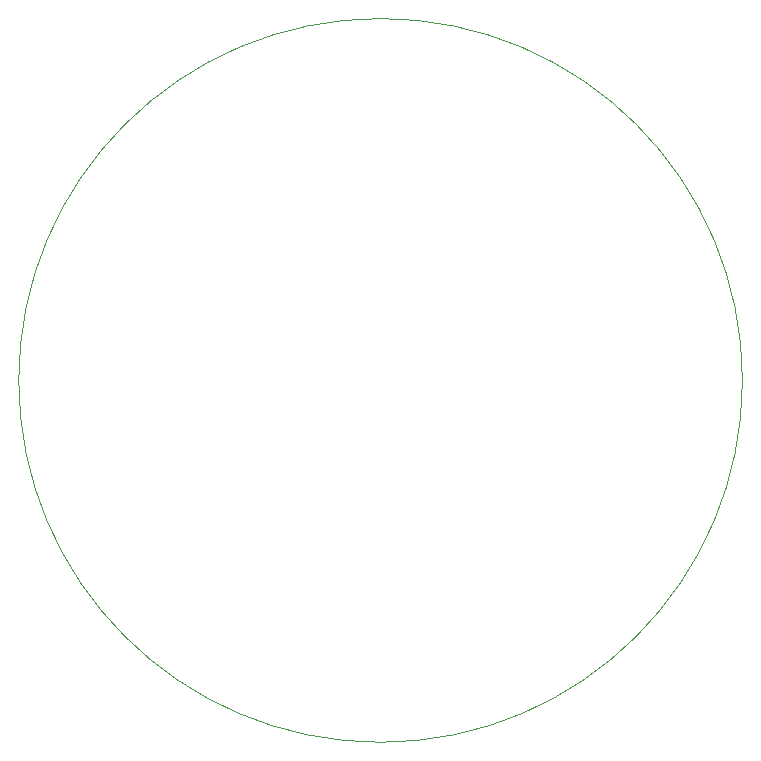
<source format=gbr>
%TF.GenerationSoftware,KiCad,Pcbnew,7.0.1*%
%TF.CreationDate,2023-06-05T19:57:13+00:00*%
%TF.ProjectId,Circuit test,43697263-7569-4742-9074-6573742e6b69,rev?*%
%TF.SameCoordinates,Original*%
%TF.FileFunction,Profile,NP*%
%FSLAX46Y46*%
G04 Gerber Fmt 4.6, Leading zero omitted, Abs format (unit mm)*
G04 Created by KiCad (PCBNEW 7.0.1) date 2023-06-05 19:57:13*
%MOMM*%
%LPD*%
G01*
G04 APERTURE LIST*
%TA.AperFunction,Profile*%
%ADD10C,0.100000*%
%TD*%
G04 APERTURE END LIST*
D10*
X65434759Y31369000D02*
G75*
G03*
X65434759Y31369000I-30636759J0D01*
G01*
M02*

</source>
